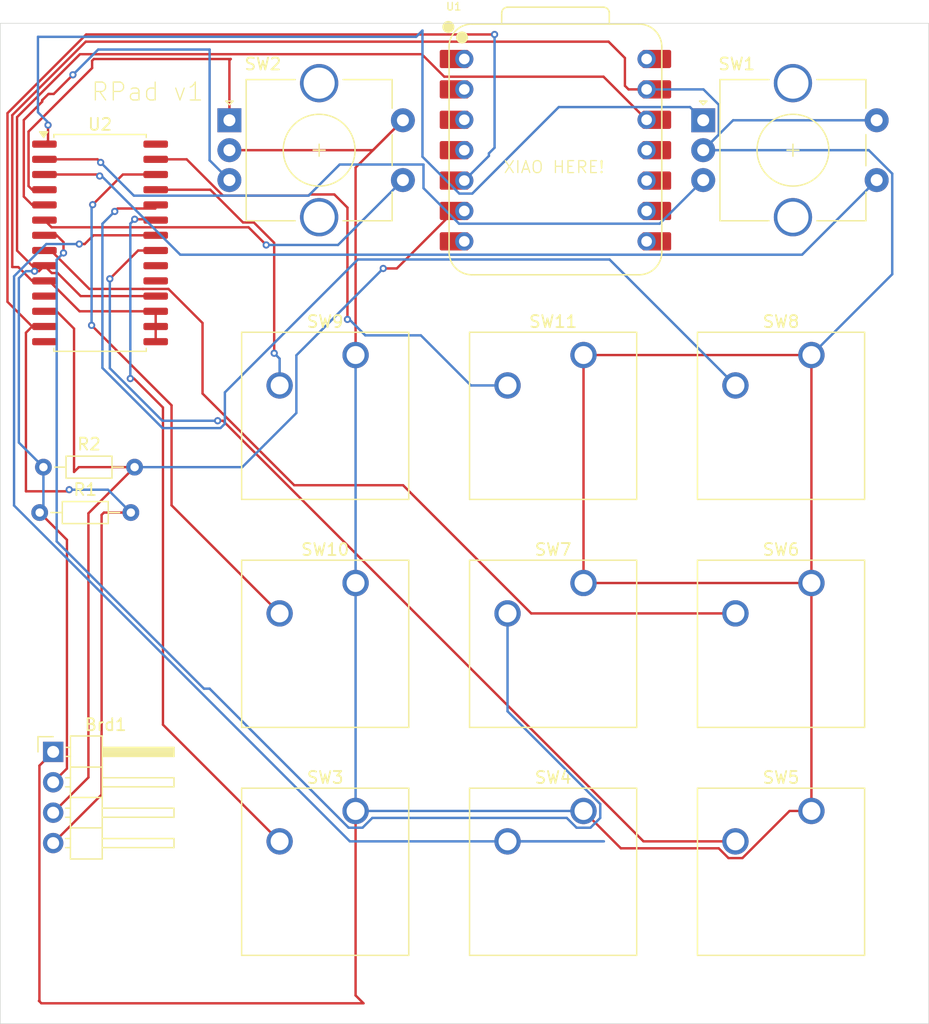
<source format=kicad_pcb>
(kicad_pcb (version 20240108) (generator "pcbnew") (generator_version "8.0")
  (layers (0 "F.Cu" signal) (31 "B.Cu" signal) (34 "B.Paste" user) (35 "F.Paste" user) (36 "B.SilkS" user "B.Silkscreen") (37 "F.SilkS" user "F.Silkscreen") (38 "B.Mask" user) (39 "F.Mask" user) (44 "Edge.Cuts" user))
  (net 0 "")
  (net 1 "+3.3V")
  (net 2 "Net-(Brd1-SDA)")
  (net 3 "Net-(Brd1-SCL)")
  (net 4 "Net-(U2-GPB1)")
  (net 5 "Net-(U2-GPB0)")
  (net 6 "GND")
  (net 7 "Net-(U2-GPB2)")
  (net 8 "Net-(U2-GPB5)")
  (net 13 "Net-(U2-GPB4)")
  (net 15 "Net-(U2-GPB3)")
  (net 21 "+5V")
  (net 26 "Net-(U2-GPA2)")
  (net 27 "Net-(U2-GPA1)")
  (net 28 "Net-(U2-GPA0)")
  (net 29 "Net-(U2-GPB7)")
  (net 30 "Net-(U2-GPB6)")
  (net 31 "Net-(U2-GPA3)")
  (net 32 "Net-(U2-GPA4)")
  (net 33 "Net-(U2-GPA5)")
  (net 34 "Net-(U2-GPA6)")
  (footprint "Connector_PinHeader_2.54mm:PinHeader_1x04_P2.54mm_Horizontal" (layer "F.Cu") (at 84.42 104.283)
    (property "Reference" "Brd1" (at 4.385 -2.27 0) (layer "F.SilkS"))
    (property "Value" "SSD1306")
    (pad "1" thru_hole rect (at 0 0) (size 1.7 1.7) (drill 1) (layers "*.Cu" "*.Mask") (net 6 "GND"))
    (pad "2" thru_hole oval (at 0 2.54) (size 1.7 1.7) (drill 1) (layers "*.Cu" "*.Mask") (net 1 "+3.3V"))
    (pad "3" thru_hole oval (at 0 5.08) (size 1.7 1.7) (drill 1) (layers "*.Cu" "*.Mask") (net 3 "Net-(Brd1-SCL)"))
    (pad "4" thru_hole oval (at 0 7.62) (size 1.7 1.7) (drill 1) (layers "*.Cu" "*.Mask") (net 2 "Net-(Brd1-SDA)"))
  )
  (footprint "Button_Switch_Keyboard:SW_Cherry_MX_1.00u_PCB" (layer "F.Cu") (at 109.69625 90.17)
    (property "Reference" "SW10" (at -2.54 -2.794 0) (layer "F.SilkS"))
    (property "Value" "SW_Push")
    (pad "" np_thru_hole circle (at -7.62 5.08) (size 1.7 1.7) (drill 1.7) (layers "*.Cu" "*.Mask"))
    (pad "" np_thru_hole circle (at -2.54 5.08) (size 4 4) (drill 4) (layers "*.Cu" "*.Mask"))
    (pad "" np_thru_hole circle (at 2.54 5.08) (size 1.7 1.7) (drill 1.7) (layers "*.Cu" "*.Mask"))
    (pad "1" thru_hole circle (at 0 0) (size 2.2 2.2) (drill 1.5) (layers "*.Cu" "*.Mask") (net 6 "GND"))
    (pad "2" thru_hole circle (at -6.35 2.54) (size 2.2 2.2) (drill 1.5) (layers "*.Cu" "*.Mask") (net 33 "Net-(U2-GPA5)"))
  )
  (footprint "OPL:XIAO-RP2040-DIP" (layer "F.Cu") (at 126.4 54)
    (property "Reference" "U1" (at -8.5 -12 0) (layer "F.SilkS") (effects (font (size 0.635 0.635) (thickness 0.1016))))
    (property "Value" "XIAO-RP2040-DIP")
    (pad "1" smd roundrect (at -8.455 -7.62 180) (size 2.432 1.524) (layers "F.Cu" "F.Mask") (roundrect_rratio 0.1))
    (pad "1" thru_hole circle (at -7.62 -7.62 180) (size 1.524 1.524) (drill 0.889) (layers "*.Cu" "*.Mask"))
    (pad "2" smd roundrect (at -8.455 -5.08 180) (size 2.432 1.524) (layers "F.Cu" "F.Mask") (roundrect_rratio 0.1))
    (pad "2" thru_hole circle (at -7.62 -5.08 180) (size 1.524 1.524) (drill 0.889) (layers "*.Cu" "*.Mask"))
    (pad "3" smd roundrect (at -8.455 -2.54 180) (size 2.432 1.524) (layers "F.Cu" "F.Mask") (roundrect_rratio 0.1))
    (pad "3" thru_hole circle (at -7.62 -2.54 180) (size 1.524 1.524) (drill 0.889) (layers "*.Cu" "*.Mask"))
    (pad "4" smd roundrect (at -8.455 0 180) (size 2.432 1.524) (layers "F.Cu" "F.Mask") (roundrect_rratio 0.1))
    (pad "4" thru_hole circle (at -7.62 0 180) (size 1.524 1.524) (drill 0.889) (layers "*.Cu" "*.Mask"))
    (pad "5" smd roundrect (at -8.455 2.54 180) (size 2.432 1.524) (layers "F.Cu" "F.Mask") (roundrect_rratio 0.1) (net 2 "Net-(Brd1-SDA)"))
    (pad "5" thru_hole circle (at -7.62 2.54 180) (size 1.524 1.524) (drill 0.889) (layers "*.Cu" "*.Mask") (net 2 "Net-(Brd1-SDA)"))
    (pad "6" smd roundrect (at -8.455 5.08 180) (size 2.432 1.524) (layers "F.Cu" "F.Mask") (roundrect_rratio 0.1) (net 3 "Net-(Brd1-SCL)"))
    (pad "6" thru_hole circle (at -7.62 5.08 180) (size 1.524 1.524) (drill 0.889) (layers "*.Cu" "*.Mask") (net 3 "Net-(Brd1-SCL)"))
    (pad "7" smd roundrect (at -8.455 7.62 180) (size 2.432 1.524) (layers "F.Cu" "F.Mask") (roundrect_rratio 0.1))
    (pad "7" thru_hole circle (at -7.62 7.62 180) (size 1.524 1.524) (drill 0.889) (layers "*.Cu" "*.Mask"))
    (pad "8" thru_hole circle (at 7.62 7.62) (size 1.524 1.524) (drill 0.889) (layers "*.Cu" "*.Mask"))
    (pad "8" smd roundrect (at 8.455 7.62) (size 2.432 1.524) (layers "F.Cu" "F.Mask") (roundrect_rratio 0.1))
    (pad "9" thru_hole circle (at 7.62 5.08) (size 1.524 1.524) (drill 0.889) (layers "*.Cu" "*.Mask"))
    (pad "9" smd roundrect (at 8.455 5.08) (size 2.432 1.524) (layers "F.Cu" "F.Mask") (roundrect_rratio 0.1))
    (pad "10" thru_hole circle (at 7.62 2.54) (size 1.524 1.524) (drill 0.889) (layers "*.Cu" "*.Mask"))
    (pad "10" smd roundrect (at 8.455 2.54) (size 2.432 1.524) (layers "F.Cu" "F.Mask") (roundrect_rratio 0.1))
    (pad "11" thru_hole circle (at 7.62 0) (size 1.524 1.524) (drill 0.889) (layers "*.Cu" "*.Mask"))
    (pad "11" smd roundrect (at 8.455 0) (size 2.432 1.524) (layers "F.Cu" "F.Mask") (roundrect_rratio 0.1))
    (pad "12" thru_hole circle (at 7.62 -2.54) (size 1.524 1.524) (drill 0.889) (layers "*.Cu" "*.Mask") (net 1 "+3.3V"))
    (pad "12" smd roundrect (at 8.455 -2.54) (size 2.432 1.524) (layers "F.Cu" "F.Mask") (roundrect_rratio 0.1) (net 1 "+3.3V"))
    (pad "13" thru_hole circle (at 7.62 -5.08) (size 1.524 1.524) (drill 0.889) (layers "*.Cu" "*.Mask") (net 6 "GND"))
    (pad "13" smd roundrect (at 8.455 -5.08) (size 2.432 1.524) (layers "F.Cu" "F.Mask") (roundrect_rratio 0.1) (net 6 "GND"))
    (pad "14" thru_hole circle (at 7.62 -7.62) (size 1.524 1.524) (drill 0.889) (layers "*.Cu" "*.Mask") (net 21 "+5V"))
    (pad "14" smd roundrect (at 8.455 -7.62) (size 2.432 1.524) (layers "F.Cu" "F.Mask") (roundrect_rratio 0.1) (net 21 "+5V"))
  )
  (footprint "Button_Switch_Keyboard:SW_Cherry_MX_1.00u_PCB" (layer "F.Cu") (at 128.74625 71.12)
    (property "Reference" "SW11" (at -2.54 -2.794 0) (layer "F.SilkS"))
    (property "Value" "SW_Push")
    (pad "" np_thru_hole circle (at -7.62 5.08) (size 1.7 1.7) (drill 1.7) (layers "*.Cu" "*.Mask"))
    (pad "" np_thru_hole circle (at -2.54 5.08) (size 4 4) (drill 4) (layers "*.Cu" "*.Mask"))
    (pad "" np_thru_hole circle (at 2.54 5.08) (size 1.7 1.7) (drill 1.7) (layers "*.Cu" "*.Mask"))
    (pad "1" thru_hole circle (at 0 0) (size 2.2 2.2) (drill 1.5) (layers "*.Cu" "*.Mask") (net 6 "GND"))
    (pad "2" thru_hole circle (at -6.35 2.54) (size 2.2 2.2) (drill 1.5) (layers "*.Cu" "*.Mask") (net 34 "Net-(U2-GPA6)"))
  )
  (footprint "Resistor_THT:R_Axial_DIN0204_L3.6mm_D1.6mm_P7.62mm_Horizontal" (layer "F.Cu") (at 83.605 80.488)
    (property "Reference" "R2" (at 3.81 -1.92 0) (layer "F.SilkS"))
    (property "Value" "R")
    (pad "1" thru_hole circle (at 0 0) (size 1.4 1.4) (drill 0.7) (layers "*.Cu" "*.Mask") (net 1 "+3.3V"))
    (pad "2" thru_hole oval (at 7.62 0) (size 1.4 1.4) (drill 0.7) (layers "*.Cu" "*.Mask") (net 3 "Net-(Brd1-SCL)"))
  )
  (footprint "Rotary_Encoder:RotaryEncoder_Alps_EC11E-Switch_Vertical_H20mm_CircularMountingHoles" (layer "F.Cu") (at 99.15 51.5)
    (property "Reference" "SW2" (at 2.8 -4.7 0) (layer "F.SilkS"))
    (property "Value" "RotaryEncoder_Switch")
    (pad "A" thru_hole rect (at 0 0) (size 2 2) (drill 1) (layers "*.Cu" "*.Mask") (net 15 "Net-(U2-GPB3)"))
    (pad "B" thru_hole circle (at 0 5) (size 2 2) (drill 1) (layers "*.Cu" "*.Mask") (net 13 "Net-(U2-GPB4)"))
    (pad "C" thru_hole circle (at 0 2.5) (size 2 2) (drill 1) (layers "*.Cu" "*.Mask") (net 6 "GND"))
    (pad "MP" thru_hole circle (at 7.5 -3.1) (size 3.2 3.2) (drill 2.6) (layers "*.Cu" "*.Mask"))
    (pad "MP" thru_hole circle (at 7.5 8.1) (size 3.2 3.2) (drill 2.6) (layers "*.Cu" "*.Mask"))
    (pad "S1" thru_hole circle (at 14.5 5) (size 2 2) (drill 1) (layers "*.Cu" "*.Mask") (net 8 "Net-(U2-GPB5)"))
    (pad "S2" thru_hole circle (at 14.5 0) (size 2 2) (drill 1) (layers "*.Cu" "*.Mask") (net 6 "GND"))
  )
  (footprint "Package_SO:SOIC-28W_7.5x17.9mm_P1.27mm" (layer "F.Cu") (at 88.338 61.749)
    (property "Reference" "U2" (at 0 -9.9 0) (layer "F.SilkS"))
    (property "Value" "MCP23017_SO")
    (pad "1" smd roundrect (at -4.65 -8.255) (size 2.05 0.6) (layers "F.Cu" "F.Paste" "F.Mask") (net 5 "Net-(U2-GPB0)"))
    (pad "2" smd roundrect (at -4.65 -6.985) (size 2.05 0.6) (layers "F.Cu" "F.Paste" "F.Mask") (net 4 "Net-(U2-GPB1)"))
    (pad "3" smd roundrect (at -4.65 -5.715) (size 2.05 0.6) (layers "F.Cu" "F.Paste" "F.Mask") (net 7 "Net-(U2-GPB2)"))
    (pad "4" smd roundrect (at -4.65 -4.445) (size 2.05 0.6) (layers "F.Cu" "F.Paste" "F.Mask") (net 15 "Net-(U2-GPB3)"))
    (pad "5" smd roundrect (at -4.65 -3.175) (size 2.05 0.6) (layers "F.Cu" "F.Paste" "F.Mask") (net 13 "Net-(U2-GPB4)"))
    (pad "6" smd roundrect (at -4.65 -1.905) (size 2.05 0.6) (layers "F.Cu" "F.Paste" "F.Mask") (net 8 "Net-(U2-GPB5)"))
    (pad "7" smd roundrect (at -4.65 -0.635) (size 2.05 0.6) (layers "F.Cu" "F.Paste" "F.Mask") (net 30 "Net-(U2-GPB6)"))
    (pad "8" smd roundrect (at -4.65 0.635) (size 2.05 0.6) (layers "F.Cu" "F.Paste" "F.Mask") (net 29 "Net-(U2-GPB7)"))
    (pad "9" smd roundrect (at -4.65 1.905) (size 2.05 0.6) (layers "F.Cu" "F.Paste" "F.Mask") (net 1 "+3.3V"))
    (pad "10" smd roundrect (at -4.65 3.175) (size 2.05 0.6) (layers "F.Cu" "F.Paste" "F.Mask") (net 6 "GND"))
    (pad "11" smd roundrect (at -4.65 4.445) (size 2.05 0.6) (layers "F.Cu" "F.Paste" "F.Mask"))
    (pad "12" smd roundrect (at -4.65 5.715) (size 2.05 0.6) (layers "F.Cu" "F.Paste" "F.Mask") (net 3 "Net-(Brd1-SCL)"))
    (pad "13" smd roundrect (at -4.65 6.985) (size 2.05 0.6) (layers "F.Cu" "F.Paste" "F.Mask") (net 2 "Net-(Brd1-SDA)"))
    (pad "14" smd roundrect (at -4.65 8.255) (size 2.05 0.6) (layers "F.Cu" "F.Paste" "F.Mask"))
    (pad "15" smd roundrect (at 4.65 8.255) (size 2.05 0.6) (layers "F.Cu" "F.Paste" "F.Mask") (net 6 "GND"))
    (pad "16" smd roundrect (at 4.65 6.985) (size 2.05 0.6) (layers "F.Cu" "F.Paste" "F.Mask") (net 6 "GND"))
    (pad "17" smd roundrect (at 4.65 5.715) (size 2.05 0.6) (layers "F.Cu" "F.Paste" "F.Mask") (net 6 "GND"))
    (pad "18" smd roundrect (at 4.65 4.445) (size 2.05 0.6) (layers "F.Cu" "F.Paste" "F.Mask") (net 1 "+3.3V"))
    (pad "19" smd roundrect (at 4.65 3.175) (size 2.05 0.6) (layers "F.Cu" "F.Paste" "F.Mask"))
    (pad "20" smd roundrect (at 4.65 1.905) (size 2.05 0.6) (layers "F.Cu" "F.Paste" "F.Mask"))
    (pad "21" smd roundrect (at 4.65 0.635) (size 2.05 0.6) (layers "F.Cu" "F.Paste" "F.Mask") (net 28 "Net-(U2-GPA0)"))
    (pad "22" smd roundrect (at 4.65 -0.635) (size 2.05 0.6) (layers "F.Cu" "F.Paste" "F.Mask") (net 27 "Net-(U2-GPA1)"))
    (pad "23" smd roundrect (at 4.65 -1.905) (size 2.05 0.6) (layers "F.Cu" "F.Paste" "F.Mask") (net 26 "Net-(U2-GPA2)"))
    (pad "24" smd roundrect (at 4.65 -3.175) (size 2.05 0.6) (layers "F.Cu" "F.Paste" "F.Mask") (net 31 "Net-(U2-GPA3)"))
    (pad "25" smd roundrect (at 4.65 -4.445) (size 2.05 0.6) (layers "F.Cu" "F.Paste" "F.Mask") (net 32 "Net-(U2-GPA4)"))
    (pad "26" smd roundrect (at 4.65 -5.715) (size 2.05 0.6) (layers "F.Cu" "F.Paste" "F.Mask") (net 33 "Net-(U2-GPA5)"))
    (pad "27" smd roundrect (at 4.65 -6.985) (size 2.05 0.6) (layers "F.Cu" "F.Paste" "F.Mask") (net 34 "Net-(U2-GPA6)"))
    (pad "28" smd roundrect (at 4.65 -8.255) (size 2.05 0.6) (layers "F.Cu" "F.Paste" "F.Mask"))
  )
  (footprint "Button_Switch_Keyboard:SW_Cherry_MX_1.00u_PCB" (layer "F.Cu") (at 128.74625 109.22)
    (property "Reference" "SW4" (at -2.54 -2.794 0) (layer "F.SilkS"))
    (property "Value" "SW_Push")
    (pad "" np_thru_hole circle (at -7.62 5.08) (size 1.7 1.7) (drill 1.7) (layers "*.Cu" "*.Mask"))
    (pad "" np_thru_hole circle (at -2.54 5.08) (size 4 4) (drill 4) (layers "*.Cu" "*.Mask"))
    (pad "" np_thru_hole circle (at 2.54 5.08) (size 1.7 1.7) (drill 1.7) (layers "*.Cu" "*.Mask"))
    (pad "1" thru_hole circle (at 0 0) (size 2.2 2.2) (drill 1.5) (layers "*.Cu" "*.Mask") (net 6 "GND"))
    (pad "2" thru_hole circle (at -6.35 2.54) (size 2.2 2.2) (drill 1.5) (layers "*.Cu" "*.Mask") (net 27 "Net-(U2-GPA1)"))
  )
  (footprint "Button_Switch_Keyboard:SW_Cherry_MX_1.00u_PCB" (layer "F.Cu") (at 109.69625 71.12)
    (property "Reference" "SW9" (at -2.54 -2.794 0) (layer "F.SilkS"))
    (property "Value" "SW_Push")
    (pad "" np_thru_hole circle (at -7.62 5.08) (size 1.7 1.7) (drill 1.7) (layers "*.Cu" "*.Mask"))
    (pad "" np_thru_hole circle (at -2.54 5.08) (size 4 4) (drill 4) (layers "*.Cu" "*.Mask"))
    (pad "" np_thru_hole circle (at 2.54 5.08) (size 1.7 1.7) (drill 1.7) (layers "*.Cu" "*.Mask"))
    (pad "1" thru_hole circle (at 0 0) (size 2.2 2.2) (drill 1.5) (layers "*.Cu" "*.Mask") (net 6 "GND"))
    (pad "2" thru_hole circle (at -6.35 2.54) (size 2.2 2.2) (drill 1.5) (layers "*.Cu" "*.Mask") (net 32 "Net-(U2-GPA4)"))
  )
  (footprint "Rotary_Encoder:RotaryEncoder_Alps_EC11E-Switch_Vertical_H20mm_CircularMountingHoles" (layer "F.Cu") (at 138.75 51.5)
    (property "Reference" "SW1" (at 2.8 -4.7 0) (layer "F.SilkS"))
    (property "Value" "RotaryEncoder_Switch")
    (pad "A" thru_hole rect (at 0 0) (size 2 2) (drill 1) (layers "*.Cu" "*.Mask") (net 5 "Net-(U2-GPB0)"))
    (pad "B" thru_hole circle (at 0 5) (size 2 2) (drill 1) (layers "*.Cu" "*.Mask") (net 4 "Net-(U2-GPB1)"))
    (pad "C" thru_hole circle (at 0 2.5) (size 2 2) (drill 1) (layers "*.Cu" "*.Mask") (net 6 "GND"))
    (pad "MP" thru_hole circle (at 7.5 -3.1) (size 3.2 3.2) (drill 2.6) (layers "*.Cu" "*.Mask"))
    (pad "MP" thru_hole circle (at 7.5 8.1) (size 3.2 3.2) (drill 2.6) (layers "*.Cu" "*.Mask"))
    (pad "S1" thru_hole circle (at 14.5 5) (size 2 2) (drill 1) (layers "*.Cu" "*.Mask") (net 7 "Net-(U2-GPB2)"))
    (pad "S2" thru_hole circle (at 14.5 0) (size 2 2) (drill 1) (layers "*.Cu" "*.Mask") (net 6 "GND"))
  )
  (footprint "Button_Switch_Keyboard:SW_Cherry_MX_1.00u_PCB" (layer "F.Cu") (at 147.79625 90.17)
    (property "Reference" "SW6" (at -2.54 -2.794 0) (layer "F.SilkS"))
    (property "Value" "SW_Push")
    (pad "" np_thru_hole circle (at -7.62 5.08) (size 1.7 1.7) (drill 1.7) (layers "*.Cu" "*.Mask"))
    (pad "" np_thru_hole circle (at -2.54 5.08) (size 4 4) (drill 4) (layers "*.Cu" "*.Mask"))
    (pad "" np_thru_hole circle (at 2.54 5.08) (size 1.7 1.7) (drill 1.7) (layers "*.Cu" "*.Mask"))
    (pad "1" thru_hole circle (at 0 0) (size 2.2 2.2) (drill 1.5) (layers "*.Cu" "*.Mask") (net 6 "GND"))
    (pad "2" thru_hole circle (at -6.35 2.54) (size 2.2 2.2) (drill 1.5) (layers "*.Cu" "*.Mask") (net 29 "Net-(U2-GPB7)"))
  )
  (footprint "Button_Switch_Keyboard:SW_Cherry_MX_1.00u_PCB" (layer "F.Cu") (at 147.79625 71.12)
    (property "Reference" "SW8" (at -2.54 -2.794 0) (layer "F.SilkS"))
    (property "Value" "SW_Push")
    (pad "" np_thru_hole circle (at -7.62 5.08) (size 1.7 1.7) (drill 1.7) (layers "*.Cu" "*.Mask"))
    (pad "" np_thru_hole circle (at -2.54 5.08) (size 4 4) (drill 4) (layers "*.Cu" "*.Mask"))
    (pad "" np_thru_hole circle (at 2.54 5.08) (size 1.7 1.7) (drill 1.7) (layers "*.Cu" "*.Mask"))
    (pad "1" thru_hole circle (at 0 0) (size 2.2 2.2) (drill 1.5) (layers "*.Cu" "*.Mask") (net 6 "GND"))
    (pad "2" thru_hole circle (at -6.35 2.54) (size 2.2 2.2) (drill 1.5) (layers "*.Cu" "*.Mask") (net 31 "Net-(U2-GPA3)"))
  )
  (footprint "Button_Switch_Keyboard:SW_Cherry_MX_1.00u_PCB" (layer "F.Cu") (at 128.74625 90.17)
    (property "Reference" "SW7" (at -2.54 -2.794 0) (layer "F.SilkS"))
    (property "Value" "SW_Push")
    (pad "" np_thru_hole circle (at -7.62 5.08) (size 1.7 1.7) (drill 1.7) (layers "*.Cu" "*.Mask"))
    (pad "" np_thru_hole circle (at -2.54 5.08) (size 4 4) (drill 4) (layers "*.Cu" "*.Mask"))
    (pad "" np_thru_hole circle (at 2.54 5.08) (size 1.7 1.7) (drill 1.7) (layers "*.Cu" "*.Mask"))
    (pad "1" thru_hole circle (at 0 0) (size 2.2 2.2) (drill 1.5) (layers "*.Cu" "*.Mask") (net 6 "GND"))
    (pad "2" thru_hole circle (at -6.35 2.54) (size 2.2 2.2) (drill 1.5) (layers "*.Cu" "*.Mask") (net 30 "Net-(U2-GPB6)"))
  )
  (footprint "Button_Switch_Keyboard:SW_Cherry_MX_1.00u_PCB" (layer "F.Cu") (at 147.79625 109.22)
    (property "Reference" "SW5" (at -2.54 -2.794 0) (layer "F.SilkS"))
    (property "Value" "SW_Push")
    (pad "" np_thru_hole circle (at -7.62 5.08) (size 1.7 1.7) (drill 1.7) (layers "*.Cu" "*.Mask"))
    (pad "" np_thru_hole circle (at -2.54 5.08) (size 4 4) (drill 4) (layers "*.Cu" "*.Mask"))
    (pad "" np_thru_hole circle (at 2.54 5.08) (size 1.7 1.7) (drill 1.7) (layers "*.Cu" "*.Mask"))
    (pad "1" thru_hole circle (at 0 0) (size 2.2 2.2) (drill 1.5) (layers "*.Cu" "*.Mask") (net 6 "GND"))
    (pad "2" thru_hole circle (at -6.35 2.54) (size 2.2 2.2) (drill 1.5) (layers "*.Cu" "*.Mask") (net 28 "Net-(U2-GPA0)"))
  )
  (footprint "Button_Switch_Keyboard:SW_Cherry_MX_1.00u_PCB" (layer "F.Cu") (at 109.69625 109.22)
    (property "Reference" "SW3" (at -2.54 -2.794 0) (layer "F.SilkS"))
    (property "Value" "SW_Push")
    (pad "" np_thru_hole circle (at -7.62 5.08) (size 1.7 1.7) (drill 1.7) (layers "*.Cu" "*.Mask"))
    (pad "" np_thru_hole circle (at -2.54 5.08) (size 4 4) (drill 4) (layers "*.Cu" "*.Mask"))
    (pad "" np_thru_hole circle (at 2.54 5.08) (size 1.7 1.7) (drill 1.7) (layers "*.Cu" "*.Mask"))
    (pad "1" thru_hole circle (at 0 0) (size 2.2 2.2) (drill 1.5) (layers "*.Cu" "*.Mask") (net 6 "GND"))
    (pad "2" thru_hole circle (at -6.35 2.54) (size 2.2 2.2) (drill 1.5) (layers "*.Cu" "*.Mask") (net 26 "Net-(U2-GPA2)"))
  )
  (footprint "Resistor_THT:R_Axial_DIN0204_L3.6mm_D1.6mm_P7.62mm_Horizontal" (layer "F.Cu") (at 83.292 84.283)
    (property "Reference" "R1" (at 3.81 -1.92 0) (layer "F.SilkS"))
    (property "Value" "R" (hide yes))
    (pad "1" thru_hole circle (at 0 0) (size 1.4 1.4) (drill 0.7) (layers "*.Cu" "*.Mask") (net 1 "+3.3V"))
    (pad "2" thru_hole oval (at 7.62 0) (size 1.4 1.4) (drill 0.7) (layers "*.Cu" "*.Mask") (net 2 "Net-(Brd1-SDA)"))
  )
  (gr_rect (start 80 43.4) (end 157.6 127) (stroke (width 0.05)) (fill none) (layer "Edge.Cuts"))
  (gr_text "XIAO HERE!" (at 122 56 0) (layer "F.SilkS") (effects (font (size 1 1) (thickness 0.1)) (justify left bottom)))
  (gr_text "RPad v1" (at 87.522 49.994 0) (layer "F.SilkS") (effects (font (size 1.5 1.5) (thickness 0.1)) (justify left bottom)))
  (segment (start 82.862 64.112) (end 83.23 64.112) (width 0.2) (layer "F.Cu") (net 1))
  (segment (start 83.688 63.654) (end 82.663001 63.654) (width 0.2) (layer "F.Cu") (net 1))
  (segment (start 84.42 106.823) (end 85.57 105.673) (width 0.2) (layer "F.Cu") (net 1))
  (segment (start 82.663001 63.654) (end 81.4 62.390999) (width 0.2) (layer "F.Cu") (net 1))
  (segment (start 85.57 105.673) (end 85.57 86.561) (width 0.2) (layer "F.Cu") (net 1))
  (segment (start 85.57 86.561) (end 83.292 84.283) (width 0.2) (layer "F.Cu") (net 1))
  (segment (start 86.717 66.194) (end 84.791 64.268) (width 0.2) (layer "F.Cu") (net 1))
  (segment (start 84.302 64.268) (end 83.688 63.654) (width 0.2) (layer "F.Cu") (net 1))
  (segment (start 84.791 64.268) (end 84.302 64.268) (width 0.2) (layer "F.Cu") (net 1))
  (segment (start 115.229786 45.982) (end 117.105786 47.858) (width 0.2) (layer "F.Cu") (net 1))
  (segment (start 83.23 64.112) (end 83.688 63.654) (width 0.2) (layer "F.Cu") (net 1))
  (segment (start 117.105786 47.858) (end 130.418 47.858) (width 0.2) (layer "F.Cu") (net 1))
  (segment (start 81.4 51.239686) (end 86.657686 45.982) (width 0.2) (layer "F.Cu") (net 1))
  (segment (start 86.657686 45.982) (end 115.229786 45.982) (width 0.2) (layer "F.Cu") (net 1))
  (segment (start 130.418 47.858) (end 134.02 51.46) (width 0.2) (layer "F.Cu") (net 1))
  (segment (start 92.988 66.194) (end 86.717 66.194) (width 0.2) (layer "F.Cu") (net 1))
  (segment (start 81.4 62.390999) (end 81.4 51.239686) (width 0.2) (layer "F.Cu") (net 1))
  (via (at 82.862 64.112) (size 0.6) (drill 0.3) (layers "F.Cu" "B.Cu") (net 1))
  (segment (start 83.605 80.488) (end 83.605 83.97) (width 0.2) (layer "B.Cu") (net 1))
  (segment (start 83.605 80.488) (end 81.55 78.433) (width 0.2) (layer "B.Cu") (net 1))
  (segment (start 81.55 78.433) (end 81.55 64.705) (width 0.2) (layer "B.Cu") (net 1))
  (segment (start 81.55 64.705) (end 82.143 64.112) (width 0.2) (layer "B.Cu") (net 1))
  (segment (start 83.605 83.97) (end 83.292 84.283) (width 0.2) (layer "B.Cu") (net 1))
  (segment (start 82.143 64.112) (end 82.862 64.112) (width 0.2) (layer "B.Cu") (net 1))
  (segment (start 80.6 66.670999) (end 80.6 50.908314) (width 0.2) (layer "F.Cu") (net 2))
  (segment (start 82.143 82.507) (end 85.625 82.507) (width 0.2) (layer "F.Cu") (net 2))
  (segment (start 82.663001 68.734) (end 80.6 66.670999) (width 0.2) (layer "F.Cu") (net 2))
  (segment (start 85.625 82.507) (end 85.759 82.373) (width 0.2) (layer "F.Cu") (net 2))
  (segment (start 82.663001 68.734) (end 82.143 69.254001) (width 0.2) (layer "F.Cu") (net 2))
  (segment (start 82.143 69.254001) (end 82.143 82.507) (width 0.2) (layer "F.Cu") (net 2))
  (segment (start 87.177314 44.331) (end 121.312 44.331) (width 0.2) (layer "F.Cu") (net 2))
  (segment (start 117.945 56.54) (end 118.78 56.54) (width 0.2) (layer "F.Cu") (net 2))
  (segment (start 83.688 68.734) (end 82.663001 68.734) (width 0.2) (layer "F.Cu") (net 2))
  (segment (start 117.70237 56.54) (end 118.78 56.54) (width 0.2) (layer "F.Cu") (net 2))
  (segment (start 88.467 107.856) (end 88.467 84.477) (width 0.2) (layer "F.Cu") (net 2))
  (segment (start 88.467 84.477) (end 88.661 84.283) (width 0.2) (layer "F.Cu") (net 2))
  (segment (start 84.42 111.903) (end 88.467 107.856) (width 0.2) (layer "F.Cu") (net 2))
  (segment (start 88.661 84.283) (end 90.912 84.283) (width 0.2) (layer "F.Cu") (net 2))
  (segment (start 80.6 50.908314) (end 87.177314 44.331) (width 0.2) (layer "F.Cu") (net 2))
  (via (at 85.759 82.373) (size 0.6) (drill 0.3) (layers "F.Cu" "B.Cu") (net 2))
  (via (at 121.312 44.331) (size 0.6) (drill 0.3) (layers "F.Cu" "B.Cu") (net 2))
  (segment (start 89.002 82.373) (end 90.912 84.283) (width 0.2) (layer "B.Cu") (net 2))
  (segment (start 121.312 53.794) (end 120.838 54.268) (width 0.2) (layer "B.Cu") (net 2))
  (segment (start 120.838 54.268) (end 120.838 54.482) (width 0.2) (layer "B.Cu") (net 2))
  (segment (start 121.312 44.331) (end 121.312 53.794) (width 0.2) (layer "B.Cu") (net 2))
  (segment (start 85.759 82.373) (end 89.002 82.373) (width 0.2) (layer "B.Cu") (net 2))
  (segment (start 120.838 54.482) (end 118.78 56.54) (width 0.2) (layer "B.Cu") (net 2))
  (segment (start 86.164 68.915001) (end 86.164 80.888) (width 0.2) (layer "F.Cu") (net 3))
  (segment (start 84.712999 67.464) (end 86.164 68.915001) (width 0.2) (layer "F.Cu") (net 3))
  (segment (start 84.42 109.363) (end 87.365508 106.417492) (width 0.2) (layer "F.Cu") (net 3))
  (segment (start 112.005 63.883) (end 113.142 63.883) (width 0.2) (layer "F.Cu") (net 3))
  (segment (start 87.365508 84.347492) (end 91.225 80.488) (width 0.2) (layer "F.Cu") (net 3))
  (segment (start 113.142 63.883) (end 117.945 59.08) (width 0.2) (layer "F.Cu") (net 3))
  (segment (start 83.688 67.464) (end 84.712999 67.464) (width 0.2) (layer "F.Cu") (net 3))
  (segment (start 91.325 80.745) (end 91.625 80.445) (width 0.2) (layer "F.Cu") (net 3))
  (segment (start 91.325 80.745001) (end 91.625001 80.445) (width 0.2) (layer "F.Cu") (net 3))
  (segment (start 87.365508 106.417492) (end 87.365508 84.347492) (width 0.2) (layer "F.Cu") (net 3))
  (segment (start 86.564 80.488) (end 91.225 80.488) (width 0.2) (layer "F.Cu") (net 3))
  (segment (start 86.164 80.888) (end 86.564 80.488) (width 0.2) (layer "F.Cu") (net 3))
  (via (at 112.005 63.883) (size 0.6) (drill 0.3) (layers "F.Cu" "B.Cu") (net 3))
  (segment (start 102.154107 78.555893) (end 104.74625 75.96375) (width 0.2) (layer "B.Cu") (net 3))
  (segment (start 104.74625 75.96375) (end 104.74625 71.14175) (width 0.2) (layer "B.Cu") (net 3))
  (segment (start 91.225 80.488) (end 100.222 80.488) (width 0.2) (layer "B.Cu") (net 3))
  (segment (start 100.222 80.488) (end 102.154107 78.555893) (width 0.2) (layer "B.Cu") (net 3))
  (segment (start 104.74625 71.14175) (end 112.005 63.883) (width 0.2) (layer "B.Cu") (net 3))
  (segment (start 88.127 54.764) (end 88.387 55.024) (width 0.2) (layer "F.Cu") (net 4))
  (segment (start 83.688 54.764) (end 88.127 54.764) (width 0.2) (layer "F.Cu") (net 4))
  (via (at 88.387 55.024) (size 0.6) (drill 0.3) (layers "F.Cu" "B.Cu") (net 4))
  (segment (start 91.163 57.8) (end 105.762994 57.8) (width 0.2) (layer "B.Cu") (net 4))
  (segment (start 135.108 60.142) (end 138.75 56.5) (width 0.2) (layer "B.Cu") (net 4))
  (segment (start 105.762994 57.8) (end 108.362994 55.2) (width 0.2) (layer "B.Cu") (net 4))
  (segment (start 115.372419 57.174314) (end 118.340105 60.142) (width 0.2) (layer "B.Cu") (net 4))
  (segment (start 88.387 55.024) (end 91.163 57.8) (width 0.2) (layer "B.Cu") (net 4))
  (segment (start 115.372419 55.2) (end 115.372419 57.174314) (width 0.2) (layer "B.Cu") (net 4))
  (segment (start 118.340105 60.142) (end 135.108 60.142) (width 0.2) (layer "B.Cu") (net 4))
  (segment (start 108.362994 55.2) (end 115.372419 55.2) (width 0.2) (layer "B.Cu") (net 4))
  (segment (start 83.989 51.905) (end 83.989 53.193) (width 0.2) (layer "F.Cu") (net 5))
  (segment (start 83.989 53.193) (end 83.688 53.494) (width 0.2) (layer "F.Cu") (net 5))
  (via (at 83.989 51.905) (size 0.6) (drill 0.3) (layers "F.Cu" "B.Cu") (net 5))
  (segment (start 115.285 54.546895) (end 115.285 44) (width 0.2) (layer "B.Cu") (net 5))
  (segment (start 114.758 44.527) (end 83.146 44.527) (width 0.2) (layer "B.Cu") (net 5))
  (segment (start 118.366105 57.628) (end 115.285 54.546895) (width 0.2) (layer "B.Cu") (net 5))
  (segment (start 138.75 51.5) (end 137.648 50.398) (width 0.2) (layer "B.Cu") (net 5))
  (segment (start 126.678 50.398) (end 119.448 57.628) (width 0.2) (layer "B.Cu") (net 5))
  (segment (start 137.648 50.398) (end 126.678 50.398) (width 0.2) (layer "B.Cu") (net 5))
  (segment (start 83.929 51.845) (end 83.989 51.905) (width 0.2) (layer "B.Cu") (net 5))
  (segment (start 115.285 44) (end 114.758 44.527) (width 0.2) (layer "B.Cu") (net 5))
  (segment (start 83.146 44.527) (end 83.146 50.829) (width 0.2) (layer "B.Cu") (net 5))
  (segment (start 83.146 50.829) (end 83.929 51.612) (width 0.2) (layer "B.Cu") (net 5))
  (segment (start 83.929 51.612) (end 83.929 51.845) (width 0.2) (layer "B.Cu") (net 5))
  (segment (start 119.448 57.628) (end 118.366105 57.628) (width 0.2) (layer "B.Cu") (net 5))
  (segment (start 92.988 67.464) (end 92.988 68.734) (width 0.2) (layer "F.Cu") (net 6))
  (segment (start 92.988 68.734) (end 92.988 70.004) (width 0.2) (layer "F.Cu") (net 6))
  (segment (start 147.79625 90.17) (end 147.79625 71.12) (width 0.2) (layer "F.Cu") (net 6))
  (segment (start 147.79625 109.22) (end 147.79625 90.17) (width 0.2) (layer "F.Cu") (net 6))
  (segment (start 82.663001 64.924) (end 81.508 63.768999) (width 0.2) (layer "F.Cu") (net 6))
  (segment (start 109.69625 124.63325) (end 109.69625 109.22) (width 0.2) (layer "F.Cu") (net 6))
  (segment (start 147.79625 71.12) (end 128.74625 71.12) (width 0.2) (layer "F.Cu") (net 6))
  (segment (start 83.688 64.924) (end 82.663001 64.924) (width 0.2) (layer "F.Cu") (net 6))
  (segment (start 109.69625 55.45375) (end 113.65 51.5) (width 0.2) (layer "F.Cu") (net 6))
  (segment (start 87.143 44.931) (end 130.842 44.931) (width 0.2) (layer "F.Cu") (net 6))
  (segment (start 111.15 54) (end 99.15 54) (width 0.2) (layer "F.Cu") (net 6))
  (segment (start 131.866149 112.339899) (end 128.74625 109.22) (width 0.2) (layer "F.Cu") (net 6))
  (segment (start 83.434 125.293) (end 110.356 125.293) (width 0.2) (layer "F.Cu") (net 6))
  (segment (start 132.206 46.295) (end 132.206 48.616) (width 0.2) (layer "F.Cu") (net 6))
  (segment (start 92.988 67.464) (end 86.623552 67.464) (width 0.2) (layer "F.Cu") (net 6))
  (segment (start 81 51.074) (end 87.143 44.931) (width 0.2) (layer "F.Cu") (net 6))
  (segment (start 84.083552 64.924) (end 83.688 64.924) (width 0.2) (layer "F.Cu") (net 6))
  (segment (start 145.966149 109.22) (end 142.026149 113.16) (width 0.2) (layer "F.Cu") (net 6))
  (segment (start 84.42 104.283) (end 83.27 105.433) (width 0.2) (layer "F.Cu") (net 6))
  (segment (start 83.27 105.433) (end 83.27 125.055) (width 0.2) (layer "F.Cu") (net 6))
  (segment (start 132.206 48.616) (end 132.51 48.92) (width 0.2) (layer "F.Cu") (net 6))
  (segment (start 147.79625 109.22) (end 145.966149 109.22) (width 0.2) (layer "F.Cu") (net 6))
  (segment (start 110.356 125.293) (end 109.69625 124.63325) (width 0.2) (layer "F.Cu") (net 6))
  (segment (start 109.69625 109.22) (end 109.78 109.22) (width 0.2) (layer "F.Cu") (net 6))
  (segment (start 113.65 51.5) (end 111.15 54) (width 0.2) (layer "F.Cu") (net 6))
  (segment (start 128.74625 90.17) (end 147.79625 90.17) (width 0.2) (layer "F.Cu") (net 6))
  (segment (start 140.866351 113.16) (end 140.04625 112.339899) (width 0.2) (layer "F.Cu") (net 6))
  (segment (start 130.842 44.931) (end 132.206 46.295) (width 0.2) (layer "F.Cu") (net 6))
  (segment (start 83.233 125.092) (end 83.434 125.293) (width 0.2) (layer "F.Cu") (net 6))
  (segment (start 140.04625 112.339899) (end 131.866149 112.339899) (width 0.2) (layer "F.Cu") (net 6))
  (segment (start 109.69625 71.12) (end 109.69625 55.45375) (width 0.2) (layer "F.Cu") (net 6))
  (segment (start 81.508 63.768999) (end 81 63.768999) (width 0.2) (layer "F.Cu") (net 6))
  (segment (start 109.78 109.22) (end 110 109) (width 0.2) (layer "F.Cu") (net 6))
  (segment (start 81 63.768999) (end 81 51.074) (width 0.2) (layer "F.Cu") (net 6))
  (segment (start 132.51 48.92) (end 134.02 48.92) (width 0.2) (layer "F.Cu") (net 6))
  (segment (start 142.026149 113.16) (end 140.866351 113.16) (width 0.2) (layer "F.Cu") (net 6))
  (segment (start 83.27 125.055) (end 83.233 125.092) (width 0.2) (layer "F.Cu") (net 6))
  (segment (start 128.74625 71.12) (end 128.74625 90.17) (width 0.2) (layer "F.Cu") (net 6))
  (segment (start 86.623552 67.464) (end 84.083552 64.924) (width 0.2) (layer "F.Cu") (net 6))
  (segment (start 140.05 50.2) (end 140.05 52.7) (width 0.2) (layer "B.Cu") (net 6))
  (segment (start 134.02 48.92) (end 138.77 48.92) (width 0.2) (layer "B.Cu") (net 6))
  (segment (start 154.55 64.36625) (end 147.79625 71.12) (width 0.2) (layer "B.Cu") (net 6))
  (segment (start 138.75 54) (end 152.588478 54) (width 0.2) (layer "B.Cu") (net 6))
  (segment (start 141.25 51.5) (end 138.75 54) (width 0.2) (layer "B.Cu") (net 6))
  (segment (start 109.69625 109.22) (end 109.69625 71.12) (width 0.2) (layer "B.Cu") (net 6))
  (segment (start 154.55 55.961522) (end 154.55 64.36625) (width 0.2) (layer "B.Cu") (net 6))
  (segment (start 109.69625 109.22) (end 128.74625 109.22) (width 0.2) (layer "B.Cu") (net 6))
  (segment (start 153.25 51.5) (end 141.25 51.5) (width 0.2) (layer "B.Cu") (net 6))
  (segment (start 138.77 48.92) (end 140.05 50.2) (width 0.2) (layer "B.Cu") (net 6))
  (segment (start 140.05 52.7) (end 138.75 54) (width 0.2) (layer "B.Cu") (net 6))
  (segment (start 152.588478 54) (end 154.55 55.961522) (width 0.2) (layer "B.Cu") (net 6))
  (segment (start 83.688 56.034) (end 88.182 56.034) (width 0.2) (layer "F.Cu") (net 7))
  (segment (start 88.182 56.034) (end 88.306 56.158) (width 0.2) (layer "F.Cu") (net 7))
  (via (at 88.306 56.158) (size 0.6) (drill 0.3) (layers "F.Cu" "B.Cu") (net 7))
  (segment (start 88.465529 56.158) (end 95.042529 62.735) (width 0.2) (layer "B.Cu") (net 7))
  (segment (start 95.042529 62.735) (end 147.015 62.735) (width 0.2) (layer "B.Cu") (net 7))
  (segment (start 88.306 56.158) (end 88.465529 56.158) (width 0.2) (layer "B.Cu") (net 7))
  (segment (start 147.015 62.735) (end 153.25 56.5) (width 0.2) (layer "B.Cu") (net 7))
  (segment (start 102.224 61.921) (end 100.747 60.444) (width 0.2) (layer "F.Cu") (net 8))
  (segment (start 84.288 60.444) (end 83.688 59.844) (width 0.2) (layer "F.Cu") (net 8))
  (segment (start 100.747 60.444) (end 84.288 60.444) (width 0.2) (layer "F.Cu") (net 8))
  (via (at 102.224 61.921) (size 0.6) (drill 0.3) (layers "F.Cu" "B.Cu") (net 8))
  (segment (start 108.229 61.921) (end 113.65 56.5) (width 0.2) (layer "B.Cu") (net 8))
  (segment (start 102.224 61.921) (end 108.229 61.921) (width 0.2) (layer "B.Cu") (net 8))
  (segment (start 82.663001 58.574) (end 81.963 57.873999) (width 0.2) (layer "F.Cu") (net 13))
  (segment (start 84.467 49.301) (end 86.068 47.7) (width 0.2) (layer "F.Cu") (net 13))
  (segment (start 83.688 58.574) (end 82.663001 58.574) (width 0.2) (layer "F.Cu") (net 13))
  (segment (start 84.145 49.301) (end 84.467 49.301) (width 0.2) (layer "F.Cu") (net 13))
  (segment (start 83.54 49.786) (end 84.025 49.301) (width 0.2) (layer "F.Cu") (net 13))
  (segment (start 84.025 49.301) (end 84.145 49.301) (width 0.2) (layer "F.Cu") (net 13))
  (segment (start 83.499 49.827) (end 83.54 49.786) (width 0.2) (layer "F.Cu") (net 13))
  (segment (start 81.963 51.483) (end 83.499 49.947) (width 0.2) (layer "F.Cu") (net 13))
  (segment (start 83.499 49.947) (end 83.499 49.827) (width 0.2) (layer "F.Cu") (net 13))
  (segment (start 81.963 57.873999) (end 81.963 51.483) (width 0.2) (layer "F.Cu") (net 13))
  (via (at 86.068 47.7) (size 0.6) (drill 0.3) (layers "F.Cu" "B.Cu") (net 13))
  (segment (start 97.495 45.588) (end 97.495 54.845) (width 0.2) (layer "B.Cu") (net 13))
  (segment (start 86.068 47.7) (end 88.18 45.588) (width 0.2) (layer "B.Cu") (net 13))
  (segment (start 97.495 54.845) (end 99.15 56.5) (width 0.2) (layer "B.Cu") (net 13))
  (segment (start 88.18 45.588) (end 97.495 45.588) (width 0.2) (layer "B.Cu") (net 13))
  (segment (start 99.15 46.493) (end 99.15 51.5) (width 0.2) (layer "F.Cu") (net 15))
  (segment (start 87.674 47.134) (end 87.674 46.525) (width 0.2) (layer "F.Cu") (net 15))
  (segment (start 83.688 57.304) (end 83.635 57.304) (width 0.2) (layer "F.Cu") (net 15))
  (segment (start 87.674 46.525) (end 87.817 46.382) (width 0.2) (layer "F.Cu") (net 15))
  (segment (start 83.635 57.304) (end 83.492 57.447) (width 0.2) (layer "F.Cu") (net 15))
  (segment (start 87.817 46.382) (end 99.261 46.382) (width 0.2) (layer "F.Cu") (net 15))
  (segment (start 83.688 57.304) (end 82.663001 57.304) (width 0.2) (layer "F.Cu") (net 15))
  (segment (start 82.363 52.445) (end 87.674 47.134) (width 0.2) (layer "F.Cu") (net 15))
  (segment (start 99.261 46.382) (end 99.15 46.493) (width 0.2) (layer "F.Cu") (net 15))
  (segment (start 82.363 57.003999) (end 82.363 52.445) (width 0.2) (layer "F.Cu") (net 15))
  (segment (start 82.663001 57.304) (end 82.363 57.003999) (width 0.2) (layer "F.Cu") (net 15))
  (segment (start 91.177 73.086) (end 90.868 73.086) (width 0.2) (layer "F.Cu") (net 26))
  (segment (start 93.596 102.00975) (end 93.596 75.505) (width 0.2) (layer "F.Cu") (net 26))
  (segment (start 93.596 75.505) (end 91.177 73.086) (width 0.2) (layer "F.Cu") (net 26))
  (segment (start 92.917 59.773) (end 92.988 59.844) (width 0.2) (layer "F.Cu") (net 26))
  (segment (start 91.232 59.773) (end 92.917 59.773) (width 0.2) (layer "F.Cu") (net 26))
  (segment (start 103.34625 111.76) (end 93.596 102.00975) (width 0.2) (layer "F.Cu") (net 26))
  (via (at 91.232 59.773) (size 0.6) (drill 0.3) (layers "F.Cu" "B.Cu") (net 26))
  (via (at 90.868 73.086) (size 0.6) (drill 0.3) (layers "F.Cu" "B.Cu") (net 26))
  (segment (start 103.34625 111.76) (end 103.409 111.76) (width 0.2) (layer "B.Cu") (net 26))
  (segment (start 90.868 73.086) (end 90.868 60.137) (width 0.2) (layer "B.Cu") (net 26))
  (segment (start 103.409 111.76) (end 103.445 111.796) (width 0.2) (layer "B.Cu") (net 26))
  (segment (start 90.868 60.137) (end 91.232 59.773) (width 0.2) (layer "B.Cu") (net 26))
  (segment (start 86.599 61.845) (end 87.053 61.845) (width 0.2) (layer "F.Cu") (net 27))
  (segment (start 87.053 61.845) (end 87.784 61.114) (width 0.2) (layer "F.Cu") (net 27))
  (segment (start 87.784 61.114) (end 92.988 61.114) (width 0.2) (layer "F.Cu") (net 27))
  (via (at 86.599 61.845) (size 0.6) (drill 0.3) (layers "F.Cu" "B.Cu") (net 27))
  (segment (start 81.15 64.539314) (end 83.844314 61.845) (width 0.2) (layer "B.Cu") (net 27))
  (segment (start 109.216314 111.76) (end 81.15 83.693686) (width 0.2) (layer "B.Cu") (net 27))
  (segment (start 81.15 83.693686) (end 81.15 64.539314) (width 0.2) (layer "B.Cu") (net 27))
  (segment (start 130.443306 111.76) (end 109.216314 111.76) (width 0.2) (layer "B.Cu") (net 27))
  (segment (start 122.39625 111.76) (end 130.443306 111.76) (width 0.2) (layer "B.Cu") (net 27))
  (segment (start 83.844314 61.845) (end 86.599 61.845) (width 0.2) (layer "B.Cu") (net 27))
  (segment (start 92.988 62.384) (end 91.521 62.384) (width 0.2) (layer "F.Cu") (net 28))
  (segment (start 91.521 62.384) (end 89.155 64.75) (width 0.2) (layer "F.Cu") (net 28))
  (segment (start 133.76 111.76) (end 141.44625 111.76) (width 0.2) (layer "F.Cu") (net 28))
  (segment (start 98.61 76.61) (end 133.76 111.76) (width 0.2) (layer "F.Cu") (net 28))
  (segment (start 98.169 76.61) (end 98.61 76.61) (width 0.2) (layer "F.Cu") (net 28))
  (via (at 98.169 76.61) (size 0.6) (drill 0.3) (layers "F.Cu" "B.Cu") (net 28))
  (via (at 89.155 64.75) (size 0.6) (drill 0.3) (layers "F.Cu" "B.Cu") (net 28))
  (segment (start 89.155 72.221529) (end 93.543471 76.61) (width 0.2) (layer "B.Cu") (net 28))
  (segment (start 89.155 64.75) (end 89.155 72.221529) (width 0.2) (layer "B.Cu") (net 28))
  (segment (start 93.543471 76.61) (end 98.169 76.61) (width 0.2) (layer "B.Cu") (net 28))
  (segment (start 87.443 65.596) (end 84.231 62.384) (width 0.2) (layer "F.Cu") (net 29))
  (segment (start 94.053552 65.594) (end 91.929 65.594) (width 0.2) (layer "F.Cu") (net 29))
  (segment (start 141.44625 92.71) (end 124.376149 92.71) (width 0.2) (layer "F.Cu") (net 29))
  (segment (start 124.376149 92.71) (end 113.666149 82) (width 0.2) (layer "F.Cu") (net 29))
  (segment (start 104.565686 82) (end 96.903628 74.337942) (width 0.2) (layer "F.Cu") (net 29))
  (segment (start 84.231 62.384) (end 83.688 62.384) (width 0.2) (layer "F.Cu") (net 29))
  (segment (start 96.903628 68.444076) (end 94.053552 65.594) (width 0.2) (layer "F.Cu") (net 29))
  (segment (start 113.666149 82) (end 104.565686 82) (width 0.2) (layer "F.Cu") (net 29))
  (segment (start 91.931 65.596) (end 87.443 65.596) (width 0.2) (layer "F.Cu") (net 29))
  (segment (start 96.903628 74.337942) (end 96.903628 68.444076) (width 0.2) (layer "F.Cu") (net 29))
  (segment (start 91.929 65.594) (end 91.931 65.596) (width 0.2) (layer "F.Cu") (net 29))
  (segment (start 83.688 61.114) (end 84.712999 61.114) (width 0.2) (layer "F.Cu") (net 30))
  (segment (start 84.712999 61.114) (end 85.282729 61.68373) (width 0.2) (layer "F.Cu") (net 30))
  (segment (start 85.282729 61.68373) (end 85.282729 62.5872) (width 0.2) (layer "F.Cu") (net 30))
  (via (at 85.282729 62.5872) (size 0.6) (drill 0.3) (layers "F.Cu" "B.Cu") (net 30))
  (segment (start 110.276149 110.62) (end 109.116351 110.62) (width 0.2) (layer "B.Cu") (net 30))
  (segment (start 97.022 99) (end 84.713 86.691) (width 0.2) (layer "B.Cu") (net 30))
  (segment (start 130.14625 109.799899) (end 129.326149 110.62) (width 0.2) (layer "B.Cu") (net 30))
  (segment (start 109.116351 110.62) (end 97.496351 99) (width 0.2) (layer "B.Cu") (net 30))
  (segment (start 128.166351 110.62) (end 127.34625 109.799899) (width 0.2) (layer "B.Cu") (net 30))
  (segment (start 84.713 63.156929) (end 84.713 86.691) (width 0.2) (layer "B.Cu") (net 30))
  (segment (start 127.34625 109.799899) (end 111.09625 109.799899) (width 0.2) (layer "B.Cu") (net 30))
  (segment (start 122.39625 92.71) (end 122.39625 100.890101) (width 0.2) (layer "B.Cu") (net 30))
  (segment (start 129.326149 110.62) (end 128.166351 110.62) (width 0.2) (layer "B.Cu") (net 30))
  (segment (start 130.14625 108.640101) (end 130.14625 109.799899) (width 0.2) (layer "B.Cu") (net 30))
  (segment (start 111.09625 109.799899) (end 110.276149 110.62) (width 0.2) (layer "B.Cu") (net 30))
  (segment (start 85.282729 62.5872) (end 84.713 63.156929) (width 0.2) (layer "B.Cu") (net 30))
  (segment (start 122.39625 100.890101) (end 130.14625 108.640101) (width 0.2) (layer "B.Cu") (net 30))
  (segment (start 97.496351 99) (end 97.022 99) (width 0.2) (layer "B.Cu") (net 30))
  (segment (start 89.808 58.875) (end 92.956 58.875) (width 0.2) (layer "F.Cu") (net 31))
  (segment (start 89.565 59.118) (end 89.808 58.875) (width 0.2) (layer "F.Cu") (net 31))
  (segment (start 92.956 58.606) (end 92.988 58.574) (width 0.2) (layer "F.Cu") (net 31))
  (segment (start 92.956 58.875) (end 92.956 58.606) (width 0.2) (layer "F.Cu") (net 31))
  (via (at 89.565 59.118) (size 0.6) (drill 0.3) (layers "F.Cu" "B.Cu") (net 31))
  (segment (start 98.402529 77.225) (end 93.562 77.225) (width 0.2) (layer "B.Cu") (net 31))
  (segment (start 98.77 76.857529) (end 98.402529 77.225) (width 0.2) (layer "B.Cu") (net 31))
  (segment (start 88.535 60.148) (end 89.565 59.118) (width 0.2) (layer "B.Cu") (net 31))
  (segment (start 88.535 72.198) (end 88.535 60.148) (width 0.2) (layer "B.Cu") (net 31))
  (segment (start 93.562 77.225) (end 88.535 72.198) (width 0.2) (layer "B.Cu") (net 31))
  (segment (start 98.77 74.241471) (end 98.77 76.857529) (width 0.2) (layer "B.Cu") (net 31))
  (segment (start 130.92125 63.135) (end 109.876471 63.135) (width 0.2) (layer "B.Cu") (net 31))
  (segment (start 141.44625 73.66) (end 130.92125 63.135) (width 0.2) (layer "B.Cu") (net 31))
  (segment (start 109.876471 63.135) (end 98.77 74.241471) (width 0.2) (layer "B.Cu") (net 31))
  (segment (start 97.549836 57.304) (end 100.285836 60.04) (width 0.2) (layer "F.Cu") (net 32))
  (segment (start 100.285836 60.04) (end 101.191529 60.04) (width 0.2) (layer "F.Cu") (net 32))
  (segment (start 101.191529 60.04) (end 102.893 61.741471) (width 0.2) (layer "F.Cu") (net 32))
  (segment (start 92.988 57.304) (end 97.549836 57.304) (width 0.2) (layer "F.Cu") (net 32))
  (segment (start 102.893 61.741471) (end 102.893 70.967) (width 0.2) (layer "F.Cu") (net 32))
  (via (at 102.893 70.967) (size 0.6) (drill 0.3) (layers "F.Cu" "B.Cu") (net 32))
  (segment (start 103.34625 71.42025) (end 103.34625 73.66) (width 0.2) (layer "B.Cu") (net 32))
  (segment (start 102.893 70.967) (end 103.34625 71.42025) (width 0.2) (layer "B.Cu") (net 32))
  (segment (start 90.243 56.034) (end 92.988 56.034) (width 0.2) (layer "F.Cu") (net 33))
  (segment (start 94.313 75.32) (end 87.631 68.638) (width 0.2) (layer "F.Cu") (net 33))
  (segment (start 103.34625 92.71) (end 94.313 83.67675) (width 0.2) (layer "F.Cu") (net 33))
  (segment (start 87.722 58.555) (end 90.243 56.034) (width 0.2) (layer "F.Cu") (net 33))
  (segment (start 94.313 83.67675) (end 94.313 75.32) (width 0.2) (layer "F.Cu") (net 33))
  (via (at 87.631 68.638) (size 0.6) (drill 0.3) (layers "F.Cu" "B.Cu") (net 33))
  (via (at 87.722 58.555) (size 0.6) (drill 0.3) (layers "F.Cu" "B.Cu") (net 33))
  (segment (start 87.631 58.646) (end 87.722 58.555) (width 0.2) (layer "B.Cu") (net 33))
  (segment (start 87.631 68.638) (end 87.631 58.646) (width 0.2) (layer "B.Cu") (net 33))
  (segment (start 109.016 58.79775) (end 109.016 68.142) (width 0.2) (layer "F.Cu") (net 34))
  (segment (start 98.611522 57.8) (end 105.762994 57.8) (width 0.2) (layer "F.Cu") (net 34))
  (segment (start 107.91825 57.7) (end 109.016 58.79775) (width 0.2) (layer "F.Cu") (net 34))
  (segment (start 95.575522 54.764) (end 98.611522 57.8) (width 0.2) (layer "F.Cu") (net 34))
  (segment (start 92.988 54.764) (end 95.575522 54.764) (width 0.2) (layer "F.Cu") (net 34))
  (segment (start 105.862994 57.7) (end 107.91825 57.7) (width 0.2) (layer "F.Cu") (net 34))
  (segment (start 105.762994 57.8) (end 105.862994 57.7) (width 0.2) (layer "F.Cu") (net 34))
  (via (at 109.016 68.142) (size 0.6) (drill 0.3) (layers "F.Cu" "B.Cu") (net 34))
  (segment (start 110.509 69.475) (end 115.152 69.475) (width 0.2) (layer "B.Cu") (net 34))
  (segment (start 119.337 73.66) (end 122.39625 73.66) (width 0.2) (layer "B.Cu") (net 34))
  (segment (start 115.152 69.475) (end 119.337 73.66) (width 0.2) (layer "B.Cu") (net 34))
  (segment (start 109.016 68.142) (end 109.176 68.142) (width 0.2) (layer "B.Cu") (net 34))
  (segment (start 109.176 68.142) (end 110.509 69.475) (width 0.2) (layer "B.Cu") (net 34))
)
</source>
